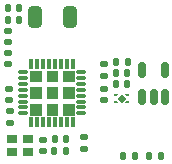
<source format=gbr>
%TF.GenerationSoftware,KiCad,Pcbnew,8.0.4-unknown-202407232306~396e531e7c~ubuntu22.04.1*%
%TF.CreationDate,2024-09-04T14:24:04+01:00*%
%TF.ProjectId,MONO_CTRL,4d4f4e4f-5f43-4545-924c-2e6b69636164,1.0*%
%TF.SameCoordinates,Original*%
%TF.FileFunction,Paste,Top*%
%TF.FilePolarity,Positive*%
%FSLAX46Y46*%
G04 Gerber Fmt 4.6, Leading zero omitted, Abs format (unit mm)*
G04 Created by KiCad (PCBNEW 8.0.4-unknown-202407232306~396e531e7c~ubuntu22.04.1) date 2024-09-04 14:24:04*
%MOMM*%
%LPD*%
G01*
G04 APERTURE LIST*
G04 Aperture macros list*
%AMRoundRect*
0 Rectangle with rounded corners*
0 $1 Rounding radius*
0 $2 $3 $4 $5 $6 $7 $8 $9 X,Y pos of 4 corners*
0 Add a 4 corners polygon primitive as box body*
4,1,4,$2,$3,$4,$5,$6,$7,$8,$9,$2,$3,0*
0 Add four circle primitives for the rounded corners*
1,1,$1+$1,$2,$3*
1,1,$1+$1,$4,$5*
1,1,$1+$1,$6,$7*
1,1,$1+$1,$8,$9*
0 Add four rect primitives between the rounded corners*
20,1,$1+$1,$2,$3,$4,$5,0*
20,1,$1+$1,$4,$5,$6,$7,0*
20,1,$1+$1,$6,$7,$8,$9,0*
20,1,$1+$1,$8,$9,$2,$3,0*%
%AMRotRect*
0 Rectangle, with rotation*
0 The origin of the aperture is its center*
0 $1 length*
0 $2 width*
0 $3 Rotation angle, in degrees counterclockwise*
0 Add horizontal line*
21,1,$1,$2,0,0,$3*%
%AMFreePoly0*
4,1,5,0.110000,-0.125000,-0.110000,-0.125000,-0.110000,0.125000,0.360000,0.125000,0.110000,-0.125000,0.110000,-0.125000,$1*%
%AMFreePoly1*
4,1,6,0.290000,-0.055000,0.290000,-0.125000,-0.110000,-0.125000,-0.110000,0.125000,0.110000,0.125000,0.290000,-0.055000,0.290000,-0.055000,$1*%
%AMFreePoly2*
4,1,7,0.110000,-0.125000,-0.110000,-0.125000,-0.290000,-0.125000,-0.290000,-0.055000,-0.110000,0.125000,0.110000,0.125000,0.110000,-0.125000,0.110000,-0.125000,$1*%
%AMFreePoly3*
4,1,6,0.110000,-0.125000,-0.110000,-0.125000,-0.290000,0.055000,-0.290000,0.125000,0.110000,0.125000,0.110000,-0.125000,0.110000,-0.125000,$1*%
G04 Aperture macros list end*
%ADD10C,0.010000*%
%ADD11RoundRect,0.135000X-0.135000X-0.185000X0.135000X-0.185000X0.135000X0.185000X-0.135000X0.185000X0*%
%ADD12RoundRect,0.008100X0.126900X-0.396900X0.126900X0.396900X-0.126900X0.396900X-0.126900X-0.396900X0*%
%ADD13RoundRect,0.027000X0.378000X-0.108000X0.378000X0.108000X-0.378000X0.108000X-0.378000X-0.108000X0*%
%ADD14RoundRect,0.140000X-0.170000X0.140000X-0.170000X-0.140000X0.170000X-0.140000X0.170000X0.140000X0*%
%ADD15RoundRect,0.150000X0.150000X-0.512500X0.150000X0.512500X-0.150000X0.512500X-0.150000X-0.512500X0*%
%ADD16RoundRect,0.140000X0.140000X0.170000X-0.140000X0.170000X-0.140000X-0.170000X0.140000X-0.170000X0*%
%ADD17RoundRect,0.147500X-0.147500X-0.172500X0.147500X-0.172500X0.147500X0.172500X-0.147500X0.172500X0*%
%ADD18RoundRect,0.135000X0.135000X0.185000X-0.135000X0.185000X-0.135000X-0.185000X0.135000X-0.185000X0*%
%ADD19RoundRect,0.140000X0.170000X-0.140000X0.170000X0.140000X-0.170000X0.140000X-0.170000X-0.140000X0*%
%ADD20RoundRect,0.135000X0.185000X-0.135000X0.185000X0.135000X-0.185000X0.135000X-0.185000X-0.135000X0*%
%ADD21FreePoly0,0.000000*%
%ADD22FreePoly1,0.000000*%
%ADD23FreePoly2,0.000000*%
%ADD24FreePoly3,0.000000*%
%ADD25RotRect,0.480000X0.480000X45.000000*%
%ADD26R,0.900000X0.800000*%
%ADD27RoundRect,0.250000X-0.325000X-0.650000X0.325000X-0.650000X0.325000X0.650000X-0.325000X0.650000X0*%
G04 APERTURE END LIST*
D10*
%TO.C,U2*%
X25865000Y-30125000D02*
X24965000Y-30125000D01*
X24965000Y-29225000D01*
X25865000Y-29225000D01*
X25865000Y-30125000D01*
G36*
X25865000Y-30125000D02*
G01*
X24965000Y-30125000D01*
X24965000Y-29225000D01*
X25865000Y-29225000D01*
X25865000Y-30125000D01*
G37*
X25865001Y-30625000D02*
X25865001Y-31525000D01*
X24965000Y-31525001D01*
X24965000Y-30624999D01*
X25865001Y-30625000D01*
G36*
X25865001Y-30625000D02*
G01*
X25865001Y-31525000D01*
X24965000Y-31525001D01*
X24965000Y-30624999D01*
X25865001Y-30625000D01*
G37*
X25865000Y-32925000D02*
X24965000Y-32925000D01*
X24965000Y-32025000D01*
X25865000Y-32025000D01*
X25865000Y-32925000D01*
G36*
X25865000Y-32925000D02*
G01*
X24965000Y-32925000D01*
X24965000Y-32025000D01*
X25865000Y-32025000D01*
X25865000Y-32925000D01*
G37*
X27265001Y-32925000D02*
X26364999Y-32925000D01*
X26365000Y-32024999D01*
X27265000Y-32024999D01*
X27265001Y-32925000D01*
G36*
X27265001Y-32925000D02*
G01*
X26364999Y-32925000D01*
X26365000Y-32024999D01*
X27265000Y-32024999D01*
X27265001Y-32925000D01*
G37*
X27265000Y-30125001D02*
X26365000Y-30125001D01*
X26364999Y-29225000D01*
X27265001Y-29225000D01*
X27265000Y-30125001D01*
G36*
X27265000Y-30125001D02*
G01*
X26365000Y-30125001D01*
X26364999Y-29225000D01*
X27265001Y-29225000D01*
X27265000Y-30125001D01*
G37*
X27265000Y-31525000D02*
X26365000Y-31525000D01*
X26365000Y-30625000D01*
X27265000Y-30625000D01*
X27265000Y-31525000D01*
G36*
X27265000Y-31525000D02*
G01*
X26365000Y-31525000D01*
X26365000Y-30625000D01*
X27265000Y-30625000D01*
X27265000Y-31525000D01*
G37*
X28665000Y-31525001D02*
X27764999Y-31525000D01*
X27764999Y-30625000D01*
X28665000Y-30624999D01*
X28665000Y-31525001D01*
G36*
X28665000Y-31525001D02*
G01*
X27764999Y-31525000D01*
X27764999Y-30625000D01*
X28665000Y-30624999D01*
X28665000Y-31525001D01*
G37*
X28665000Y-30125000D02*
X27765000Y-30125000D01*
X27765000Y-29225000D01*
X28665000Y-29225000D01*
X28665000Y-30125000D01*
G36*
X28665000Y-30125000D02*
G01*
X27765000Y-30125000D01*
X27765000Y-29225000D01*
X28665000Y-29225000D01*
X28665000Y-30125000D01*
G37*
X28665000Y-32925000D02*
X27765000Y-32925000D01*
X27765000Y-32025000D01*
X28665000Y-32025000D01*
X28665000Y-32925000D01*
G36*
X28665000Y-32925000D02*
G01*
X27765000Y-32925000D01*
X27765000Y-32025000D01*
X28665000Y-32025000D01*
X28665000Y-32925000D01*
G37*
%TD*%
D11*
%TO.C,R2*%
X32200001Y-28460000D03*
X33219999Y-28460000D03*
%TD*%
D12*
%TO.C,U2*%
X25065001Y-33525000D03*
X25565000Y-33525000D03*
X26065000Y-33525001D03*
X26565000Y-33525000D03*
X27065000Y-33525000D03*
X27565000Y-33525001D03*
X28065000Y-33525000D03*
X28564999Y-33525000D03*
D13*
X29265000Y-32824999D03*
X29265000Y-32325000D03*
X29265001Y-31825000D03*
X29265000Y-31325000D03*
X29265000Y-30825000D03*
X29265001Y-30325000D03*
X29265000Y-29825000D03*
X29265000Y-29325001D03*
D12*
X28564999Y-28625000D03*
X28065000Y-28625000D03*
X27565000Y-28624999D03*
X27065000Y-28625000D03*
X26565000Y-28625000D03*
X26065000Y-28624999D03*
X25565000Y-28625000D03*
X25065001Y-28625000D03*
D13*
X24365000Y-29325001D03*
X24365000Y-29825000D03*
X24364999Y-30325000D03*
X24365000Y-30825000D03*
X24365000Y-31325000D03*
X24364999Y-31825000D03*
X24365000Y-32325000D03*
X24365000Y-32824999D03*
%TD*%
D14*
%TO.C,C10*%
X31210000Y-28680000D03*
X31210000Y-29640000D03*
%TD*%
D15*
%TO.C,U1*%
X34465001Y-31456250D03*
X35415000Y-31456250D03*
X36364999Y-31456250D03*
X36364999Y-29181250D03*
X34465001Y-29181250D03*
%TD*%
D16*
%TO.C,C1*%
X24020000Y-23870000D03*
X23060000Y-23870000D03*
%TD*%
D17*
%TO.C,L1*%
X23055000Y-24880000D03*
X24025000Y-24880000D03*
%TD*%
D16*
%TO.C,C2*%
X33190000Y-29390000D03*
X32230000Y-29390000D03*
%TD*%
D18*
%TO.C,R5*%
X28024999Y-36025000D03*
X27005001Y-36025000D03*
%TD*%
D11*
%TO.C,R6*%
X35020001Y-36460000D03*
X36039999Y-36460000D03*
%TD*%
D14*
%TO.C,C9*%
X31180000Y-30730000D03*
X31180000Y-31690000D03*
%TD*%
%TO.C,C12*%
X23070000Y-25830000D03*
X23070000Y-26790000D03*
%TD*%
D19*
%TO.C,C3*%
X23060000Y-28670000D03*
X23060000Y-27710000D03*
%TD*%
D14*
%TO.C,C7*%
X26015000Y-35045000D03*
X26015000Y-36005000D03*
%TD*%
D16*
%TO.C,C6*%
X27995000Y-35025000D03*
X27035000Y-35025000D03*
%TD*%
D18*
%TO.C,R3*%
X33819999Y-36460000D03*
X32800001Y-36460000D03*
%TD*%
D20*
%TO.C,R4*%
X29525000Y-35814999D03*
X29525000Y-34795001D03*
%TD*%
D19*
%TO.C,C4*%
X23180000Y-31720000D03*
X23180000Y-30760000D03*
%TD*%
D21*
%TO.C,U3*%
X32175000Y-31245000D03*
D22*
X32175000Y-31895000D03*
D23*
X33255000Y-31895000D03*
D24*
X33255000Y-31245000D03*
D25*
X32715000Y-31570000D03*
%TD*%
D26*
%TO.C,Y1*%
X23400001Y-36075000D03*
X24800001Y-36075000D03*
X24800001Y-34975000D03*
X23400001Y-34975000D03*
%TD*%
D16*
%TO.C,C8*%
X33190000Y-30310000D03*
X32230000Y-30310000D03*
%TD*%
D14*
%TO.C,C5*%
X23215000Y-32645000D03*
X23215000Y-33605000D03*
%TD*%
D27*
%TO.C,AE1*%
X25339999Y-24625000D03*
X28290001Y-24625000D03*
%TD*%
M02*

</source>
